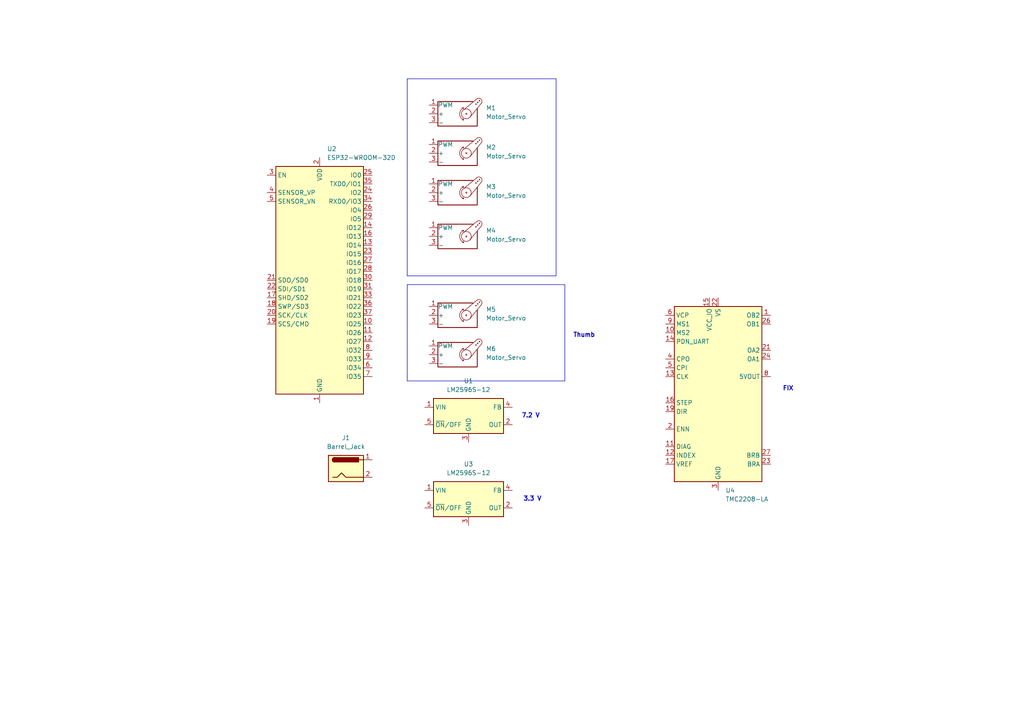
<source format=kicad_sch>
(kicad_sch (version 20250114) (generator "eeschema") (generator_version "9.0")
  (paper "A4")
  (lib_symbols
    (symbol "Connector:Barrel_Jack" (pin_names (offset 1.016))
      (property "Reference" "J" (at 0 5.334 0))
      (property "Value" "Barrel_Jack" (at 0 -5.08 0))
      (symbol "Barrel_Jack_0_1"
        (rectangle (start -5.08 3.81) (end 5.08 -3.81) (stroke (width 0.254)) (fill (type background)))
        (polyline (pts (xy -3.81 -2.54) (xy -2.54 -2.54) (xy -1.27 -1.27) (xy 0 -2.54) (xy 2.54 -2.54) (xy 5.08 -2.54)) (stroke (width 0.254)))
        (arc (start -3.302 1.905) (mid -3.9343 2.54) (end -3.302 3.175) (stroke (width 0.254)))
        (arc (start -3.302 1.905) (mid -3.9343 2.54) (end -3.302 3.175) (stroke (width 0.254)) (fill (type outline)))
        (rectangle (start 3.683 3.175) (end -3.302 1.905) (stroke (width 0.254)) (fill (type outline)))
        (polyline (pts (xy 5.08 2.54) (xy 3.81 2.54)) (stroke (width 0.254)))
      )
      (symbol "Barrel_Jack_1_1"
        (pin passive line (at 7.62 2.54 180) (length 2.54) (name "~") (number "1"))
        (pin passive line (at 7.62 -2.54 180) (length 2.54) (name "~") (number "2"))
      )
    )
    (symbol "Driver_Motor:TMC2208-LA"
      (property "Reference" "U" (at -12.7 -26.67 0))
      (property "Value" "TMC2208-LA" (at 7.62 -26.67 0))
      (symbol "TMC2208-LA_1_1"
        (rectangle (start -12.7 25.4) (end 12.7 -25.4) (stroke (width 0.254)) (fill (type background)))
        (pin passive line (at -15.24 22.86 0) (length 2.54) (name "VCP") (number "6"))
        (pin input line (at -15.24 20.32 0) (length 2.54) (name "MS1") (number "9"))
        (pin input line (at -15.24 17.78 0) (length 2.54) (name "MS2") (number "10"))
        (pin bidirectional line (at -15.24 15.24 0) (length 2.54) (name "PDN_UART") (number "14"))
        (pin passive line (at -15.24 10.16 0) (length 2.54) (name "CPO") (number "4"))
        (pin passive line (at -15.24 7.62 0) (length 2.54) (name "CPI") (number "5"))
        (pin input line (at -15.24 5.08 0) (length 2.54) (name "CLK") (number "13"))
        (pin input line (at -15.24 -2.54 0) (length 2.54) (name "STEP") (number "16"))
        (pin input line (at -15.24 -5.08 0) (length 2.54) (name "DIR") (number "19"))
        (pin input line (at -15.24 -10.16 0) (length 2.54) (name "ENN") (number "2"))
        (pin output line (at -15.24 -15.24 0) (length 2.54) (name "DIAG") (number "11"))
        (pin output line (at -15.24 -17.78 0) (length 2.54) (name "INDEX") (number "12"))
        (pin input line (at -15.24 -20.32 0) (length 2.54) (name "VREF") (number "17"))
        (pin power_in line (at -2.54 27.94 270) (length 2.54) (name "VCC_IO") (number "15"))
        (pin power_in line (at 0 27.94 270) (length 2.54) (name "VS") (number "22"))
        (pin passive line (at 0 27.94 270) (length 2.54) (hide yes) (name "VS") (number "28"))
        (pin passive line (at 0 -27.94 90) (length 2.54) (hide yes) (name "GND") (number "18"))
        (pin power_in line (at 0 -27.94 90) (length 2.54) (name "GND") (number "3"))
        (pin no_connect line (at 12.7 0 180) (length 2.54) (hide yes) (name "NC") (number "25"))
        (pin no_connect line (at 12.7 -2.54 180) (length 2.54) (hide yes) (name "NC") (number "20"))
        (pin no_connect line (at 12.7 -5.08 180) (length 2.54) (hide yes) (name "NC") (number "7"))
        (pin output line (at 15.24 22.86 180) (length 2.54) (name "OB2") (number "1"))
        (pin output line (at 15.24 20.32 180) (length 2.54) (name "OB1") (number "26"))
        (pin output line (at 15.24 12.7 180) (length 2.54) (name "OA2") (number "21"))
        (pin output line (at 15.24 10.16 180) (length 2.54) (name "OA1") (number "24"))
        (pin power_out line (at 15.24 5.08 180) (length 2.54) (name "5VOUT") (number "8"))
        (pin passive line (at 15.24 -17.78 180) (length 2.54) (name "BRB") (number "27"))
        (pin passive line (at 15.24 -20.32 180) (length 2.54) (name "BRA") (number "23"))
      )
    )
    (symbol "Motor:Motor_Servo" (pin_names (offset 0.0254))
      (property "Reference" "M" (at -5.08 4.445 0))
      (property "Value" "Motor_Servo" (at -5.08 -4.064 0))
      (symbol "Motor_Servo_0_1"
        (polyline (pts (xy 2.413 1.778) (xy 1.905 1.778)))
        (polyline (pts (xy 2.413 1.778) (xy 2.286 1.397)))
        (polyline (pts (xy 2.413 -1.778) (xy 2.032 -1.778)))
        (polyline (pts (xy 2.413 -1.778) (xy 2.286 -1.397)))
        (arc (start 2.413 -1.778) (mid 1.2406 0) (end 2.413 1.778))
        (circle (center 3.175 0) (radius 0.1778))
        (circle (center 3.175 0) (radius 1.4224))
        (polyline (pts (xy 5.08 3.556) (xy -5.08 3.556) (xy -5.08 -3.556) (xy 6.35 -3.556) (xy 6.35 1.524)) (stroke (width 0.254)))
        (circle (center 5.969 2.794) (radius 0.127))
        (polyline (pts (xy 6.35 4.445) (xy 2.54 1.27)))
        (circle (center 6.477 3.302) (radius 0.127))
        (arc (start 6.35 4.445) (mid 7.4487 4.2737) (end 7.62 3.175))
        (circle (center 6.985 3.81) (radius 0.127))
        (polyline (pts (xy 7.62 3.175) (xy 4.191 -1.016)))
      )
      (symbol "Motor_Servo_1_1"
        (pin passive line (at -7.62 2.54 0) (length 2.54) (name "PWM") (number "1"))
        (pin passive line (at -7.62 0 0) (length 2.54) (name "+") (number "2"))
        (pin passive line (at -7.62 -2.54 0) (length 2.54) (name "-") (number "3"))
      )
    )
    (symbol "RF_Module:ESP32-WROOM-32D"
      (property "Reference" "U" (at -12.7 34.29 0))
      (property "Value" "ESP32-WROOM-32D" (at 1.27 34.29 0))
      (symbol "ESP32-WROOM-32D_0_1"
        (rectangle (start -12.7 33.02) (end 12.7 -33.02) (stroke (width 0.254)) (fill (type background)))
      )
      (symbol "ESP32-WROOM-32D_1_1"
        (pin input line (at -15.24 30.48 0) (length 2.54) (name "EN") (number "3"))
        (pin input line (at -15.24 25.4 0) (length 2.54) (name "SENSOR_VP") (number "4"))
        (pin input line (at -15.24 22.86 0) (length 2.54) (name "SENSOR_VN") (number "5"))
        (pin bidirectional line (at -15.24 0 0) (length 2.54) (name "SDO/SD0") (number "21"))
        (pin bidirectional line (at -15.24 -2.54 0) (length 2.54) (name "SDI/SD1") (number "22"))
        (pin bidirectional line (at -15.24 -5.08 0) (length 2.54) (name "SHD/SD2") (number "17"))
        (pin bidirectional line (at -15.24 -7.62 0) (length 2.54) (name "SWP/SD3") (number "18"))
        (pin bidirectional line (at -15.24 -10.16 0) (length 2.54) (name "SCK/CLK") (number "20"))
        (pin bidirectional line (at -15.24 -12.7 0) (length 2.54) (name "SCS/CMD") (number "19"))
        (pin no_connect line (at -12.7 -27.94 0) (length 2.54) (hide yes) (name "NC") (number "32"))
        (pin power_in line (at 0 35.56 270) (length 2.54) (name "VDD") (number "2"))
        (pin power_in line (at 0 -35.56 90) (length 2.54) (name "GND") (number "1"))
        (pin passive line (at 0 -35.56 90) (length 2.54) (hide yes) (name "GND") (number "15"))
        (pin passive line (at 0 -35.56 90) (length 2.54) (hide yes) (name "GND") (number "38"))
        (pin passive line (at 0 -35.56 90) (length 2.54) (hide yes) (name "GND") (number "39"))
        (pin bidirectional line (at 15.24 30.48 180) (length 2.54) (name "IO0") (number "25"))
        (pin bidirectional line (at 15.24 27.94 180) (length 2.54) (name "TXD0/IO1") (number "35"))
        (pin bidirectional line (at 15.24 25.4 180) (length 2.54) (name "IO2") (number "24"))
        (pin bidirectional line (at 15.24 22.86 180) (length 2.54) (name "RXD0/IO3") (number "34"))
        (pin bidirectional line (at 15.24 20.32 180) (length 2.54) (name "IO4") (number "26"))
        (pin bidirectional line (at 15.24 17.78 180) (length 2.54) (name "IO5") (number "29"))
        (pin bidirectional line (at 15.24 15.24 180) (length 2.54) (name "IO12") (number "14"))
        (pin bidirectional line (at 15.24 12.7 180) (length 2.54) (name "IO13") (number "16"))
        (pin bidirectional line (at 15.24 10.16 180) (length 2.54) (name "IO14") (number "13"))
        (pin bidirectional line (at 15.24 7.62 180) (length 2.54) (name "IO15") (number "23"))
        (pin bidirectional line (at 15.24 5.08 180) (length 2.54) (name "IO16") (number "27"))
        (pin bidirectional line (at 15.24 2.54 180) (length 2.54) (name "IO17") (number "28"))
        (pin bidirectional line (at 15.24 0 180) (length 2.54) (name "IO18") (number "30"))
        (pin bidirectional line (at 15.24 -2.54 180) (length 2.54) (name "IO19") (number "31"))
        (pin bidirectional line (at 15.24 -5.08 180) (length 2.54) (name "IO21") (number "33"))
        (pin bidirectional line (at 15.24 -7.62 180) (length 2.54) (name "IO22") (number "36"))
        (pin bidirectional line (at 15.24 -10.16 180) (length 2.54) (name "IO23") (number "37"))
        (pin bidirectional line (at 15.24 -12.7 180) (length 2.54) (name "IO25") (number "10"))
        (pin bidirectional line (at 15.24 -15.24 180) (length 2.54) (name "IO26") (number "11"))
        (pin bidirectional line (at 15.24 -17.78 180) (length 2.54) (name "IO27") (number "12"))
        (pin bidirectional line (at 15.24 -20.32 180) (length 2.54) (name "IO32") (number "8"))
        (pin bidirectional line (at 15.24 -22.86 180) (length 2.54) (name "IO33") (number "9"))
        (pin input line (at 15.24 -25.4 180) (length 2.54) (name "IO34") (number "6"))
        (pin input line (at 15.24 -27.94 180) (length 2.54) (name "IO35") (number "7"))
      )
    )
    (symbol "Regulator_Switching:LM2596S-12"
      (property "Reference" "U" (at -10.16 6.35 0))
      (property "Value" "LM2596S-12" (at 0 6.35 0))
      (symbol "LM2596S-12_0_1"
        (rectangle (start -10.16 5.08) (end 10.16 -5.08) (stroke (width 0.254)) (fill (type background)))
      )
      (symbol "LM2596S-12_1_1"
        (pin power_in line (at -12.7 2.54 0) (length 2.54) (name "VIN") (number "1"))
        (pin input line (at -12.7 -2.54 0) (length 2.54) (name "~{ON}/OFF") (number "5"))
        (pin power_in line (at 0 -7.62 90) (length 2.54) (name "GND") (number "3"))
        (pin input line (at 12.7 2.54 180) (length 2.54) (name "FB") (number "4"))
        (pin output line (at 12.7 -2.54 180) (length 2.54) (name "OUT") (number "2"))
      )
    )
  )
  (rectangle (start 118.11 82.55) (end 163.83 110.49))
  (rectangle (start 118.11 22.86) (end 161.29 80.01))
  (text "FIX" (at 228.6 112.776 0) (effects (font (size 1.27 1.27) (thickness 0.254) (bold yes))))
  (text "Thumb" (at 169.418 97.282 0) (effects (font (size 1.27 1.27) (thickness 0.254) (bold yes))))
  (text "3.3 V" (at 154.432 144.78 0) (effects (font (size 1.27 1.27) (thickness 0.254) (bold yes))))
  (text "7.2 V\n" (at 153.924 120.65 0) (effects (font (size 1.27 1.27) (thickness 0.254) (bold yes))))
  (symbol (lib_id "Motor:Motor_Servo") (at 132.08 55.88 0) (unit 1)
    (property "Reference" "M3" (at 140.97 54.1768 0) (effects (justify left)))
    (property "Value" "Motor_Servo" (at 140.97 56.7168 0) (effects (justify left)))
    (property "Datasheet" "http://forums.parallax.com/uploads/attachments/46831/74481.png" (effects (hide yes)))
    (property "Description" "Servo Motor (Futaba, HiTec, JR connector)" (effects (hide yes)))
  )
  (symbol (lib_id "Motor:Motor_Servo") (at 132.08 91.44 0) (unit 1)
    (property "Reference" "M5" (at 140.97 89.7368 0) (effects (justify left)))
    (property "Value" "Motor_Servo" (at 140.97 92.2768 0) (effects (justify left)))
    (property "Datasheet" "http://forums.parallax.com/uploads/attachments/46831/74481.png" (effects (hide yes)))
    (property "Description" "Servo Motor (Futaba, HiTec, JR connector)" (effects (hide yes)))
  )
  (symbol (lib_id "Motor:Motor_Servo") (at 132.08 68.58 0) (unit 1)
    (property "Reference" "M4" (at 140.97 66.8768 0) (effects (justify left)))
    (property "Value" "Motor_Servo" (at 140.97 69.4168 0) (effects (justify left)))
    (property "Datasheet" "http://forums.parallax.com/uploads/attachments/46831/74481.png" (effects (hide yes)))
    (property "Description" "Servo Motor (Futaba, HiTec, JR connector)" (effects (hide yes)))
  )
  (symbol (lib_id "Motor:Motor_Servo") (at 132.08 44.45 0) (unit 1)
    (property "Reference" "M2" (at 140.97 42.7468 0) (effects (justify left)))
    (property "Value" "Motor_Servo" (at 140.97 45.2868 0) (effects (justify left)))
    (property "Datasheet" "http://forums.parallax.com/uploads/attachments/46831/74481.png" (effects (hide yes)))
    (property "Description" "Servo Motor (Futaba, HiTec, JR connector)" (effects (hide yes)))
  )
  (symbol (lib_id "Motor:Motor_Servo") (at 132.08 102.87 0) (unit 1)
    (property "Reference" "M6" (at 140.97 101.1668 0) (effects (justify left)))
    (property "Value" "Motor_Servo" (at 140.97 103.7068 0) (effects (justify left)))
    (property "Datasheet" "http://forums.parallax.com/uploads/attachments/46831/74481.png" (effects (hide yes)))
    (property "Description" "Servo Motor (Futaba, HiTec, JR connector)" (effects (hide yes)))
  )
  (symbol (lib_id "Regulator_Switching:LM2596S-12") (at 135.89 144.78 0) (unit 1)
    (property "Reference" "U3" (at 135.89 134.62 0))
    (property "Value" "LM2596S-12" (at 135.89 137.16 0))
    (property "Footprint" "Package_TO_SOT_SMD:TO-263-5_TabPin3" (effects (hide yes)))
    (property "Datasheet" "https://uca58fa80a7b523d0c1e77c679ef.dl.dropboxusercontent.com/cd/0/inline2/ClFxHG9aubu725lm5PmRVedgI7mBAnosGWba_Ji4TFow09MNvZfwyMtQLvK3eDd62ntQbSBAi_1SL_4aDK2oZBRf6s8pJP6ZdFTBS3vGgjX9A4gePEReFZKdMhjoRplKEDzwICIpnRQHzVcXFmkhQdOW7GvjSUIZQQ-5kxyDmoScdijCFbMJ_oqbgjXU2bADRWwvuaIDQlaALaLRT8m68rcAF66-TW7gUqNYr7QqEFXvIVIxQM5uexrFowANfRz2JdWsyPzovQVrJ_SHMjoXKLynad6fGXdTxEHhJqzj7ZCLq0RQJ-AO8iqv86CphugExKoZRRYaeDWO3FwHgfiRH1iI2xmQpFm4WfM3U5y0Rfq6QA/file" (effects (hide yes)))
    (property "Description" "12V 3A Step-Down Voltage Regulator, TO-263" (effects (hide yes)))
  )
  (symbol (lib_id "RF_Module:ESP32-WROOM-32D") (at 92.71 81.28 0) (unit 1)
    (property "Reference" "U2" (at 94.8533 43.18 0) (effects (justify left)))
    (property "Value" "ESP32-WROOM-32D" (at 94.8533 45.72 0) (effects (justify left)))
    (property "Footprint" "RF_Module:ESP32-WROOM-32D" (effects (hide yes)))
    (property "Datasheet" "https://www.espressif.com/sites/default/files/documentation/esp32-wroom-32d_esp32-wroom-32u_datasheet_en.pdf" (effects (hide yes)))
    (property "Description" "RF Module, ESP32-D0WD SoC, Wi-Fi 802.11b/g/n, Bluetooth, BLE, 32-bit, 2.7-3.6V, onboard antenna, SMD" (effects (hide yes)))
  )
  (symbol (lib_id "Motor:Motor_Servo") (at 132.08 33.02 0) (unit 1)
    (property "Reference" "M1" (at 140.97 31.3168 0) (effects (justify left)))
    (property "Value" "Motor_Servo" (at 140.97 33.8568 0) (effects (justify left)))
    (property "Datasheet" "http://forums.parallax.com/uploads/attachments/46831/74481.png" (effects (hide yes)))
    (property "Description" "Servo Motor (Futaba, HiTec, JR connector)" (effects (hide yes)))
  )
  (symbol (lib_id "Driver_Motor:TMC2208-LA") (at 208.28 114.3 0) (unit 1)
    (property "Reference" "U4" (at 210.4233 142.24 0) (effects (justify left)))
    (property "Value" "TMC2208-LA" (at 210.4233 144.78 0) (effects (justify left)))
    (property "Footprint" "Package_DFN_QFN:TQFN-32-1EP_5x5mm_P0.5mm_EP3.4x3.4mm_ThermalVias" (effects (hide yes)))
    (property "Datasheet" "https://www.analog.com/media/en/technical-documentation/data-sheets/TMC2202_TMC2208_TMC2224_datasheet_rev1.13.pdf" (effects (hide yes)))
    (property "Description" "Standalone driver for two-phase bipolar stepper motor, 2A, 4.75… 36V, UART, internal FETs, QFN28" (effects (hide yes)))
  )
  (symbol (lib_id "Connector:Barrel_Jack") (at 100.33 135.89 0) (unit 1)
    (property "Reference" "J1" (at 100.33 127 0))
    (property "Value" "Barrel_Jack" (at 100.33 129.54 0))
    (property "Description" "DC Barrel Jack" (effects (hide yes)))
  )
  (symbol (lib_id "Regulator_Switching:LM2596S-12") (at 135.89 120.65 0) (unit 1)
    (property "Reference" "U1" (at 135.89 110.49 0))
    (property "Value" "LM2596S-12" (at 135.89 113.03 0))
    (property "Footprint" "Package_TO_SOT_SMD:TO-263-5_TabPin3" (effects (hide yes)))
    (property "Datasheet" "https://uca58fa80a7b523d0c1e77c679ef.dl.dropboxusercontent.com/cd/0/inline2/ClFxHG9aubu725lm5PmRVedgI7mBAnosGWba_Ji4TFow09MNvZfwyMtQLvK3eDd62ntQbSBAi_1SL_4aDK2oZBRf6s8pJP6ZdFTBS3vGgjX9A4gePEReFZKdMhjoRplKEDzwICIpnRQHzVcXFmkhQdOW7GvjSUIZQQ-5kxyDmoScdijCFbMJ_oqbgjXU2bADRWwvuaIDQlaALaLRT8m68rcAF66-TW7gUqNYr7QqEFXvIVIxQM5uexrFowANfRz2JdWsyPzovQVrJ_SHMjoXKLynad6fGXdTxEHhJqzj7ZCLq0RQJ-AO8iqv86CphugExKoZRRYaeDWO3FwHgfiRH1iI2xmQpFm4WfM3U5y0Rfq6QA/file" (effects (hide yes)))
    (property "Description" "12V 3A Step-Down Voltage Regulator, TO-263" (effects (hide yes)))
  )
)
</source>
